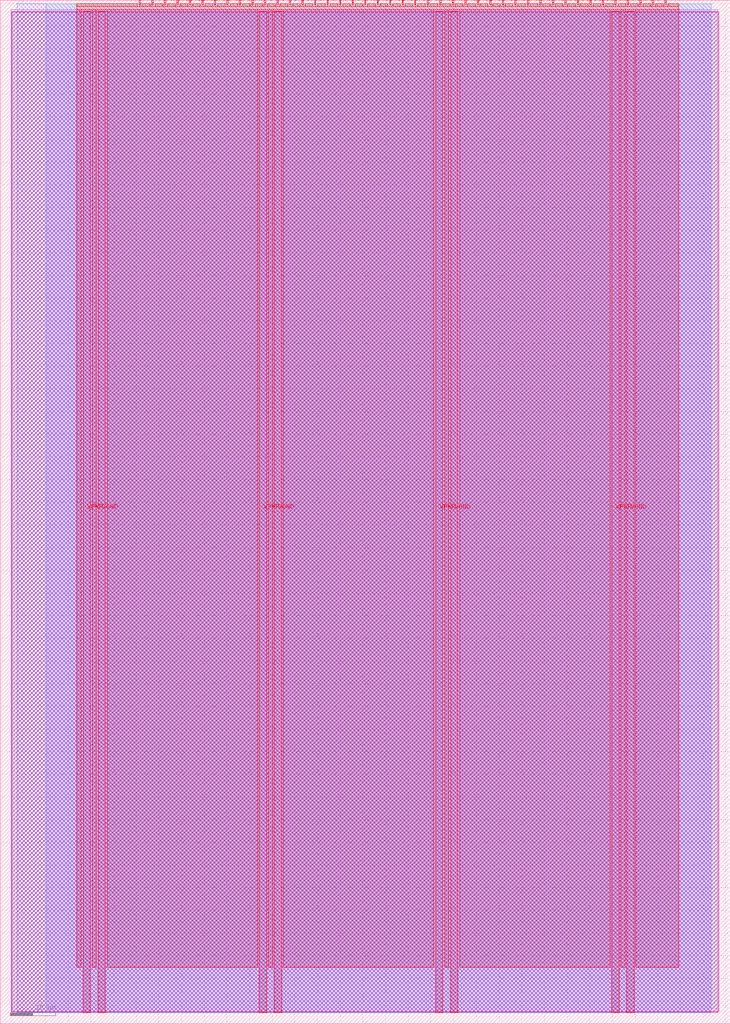
<source format=lef>
VERSION 5.7 ;
  NOWIREEXTENSIONATPIN ON ;
  DIVIDERCHAR "/" ;
  BUSBITCHARS "[]" ;
MACRO tt_um_htfab_split_flops
  CLASS BLOCK ;
  FOREIGN tt_um_htfab_split_flops ;
  ORIGIN 0.000 0.000 ;
  SIZE 161.000 BY 225.760 ;
  PIN VGND
    DIRECTION INOUT ;
    USE GROUND ;
    PORT
      LAYER met4 ;
        RECT 21.580 2.480 23.180 223.280 ;
    END
    PORT
      LAYER met4 ;
        RECT 60.450 2.480 62.050 223.280 ;
    END
    PORT
      LAYER met4 ;
        RECT 99.320 2.480 100.920 223.280 ;
    END
    PORT
      LAYER met4 ;
        RECT 138.190 2.480 139.790 223.280 ;
    END
  END VGND
  PIN VPWR
    DIRECTION INOUT ;
    USE POWER ;
    PORT
      LAYER met4 ;
        RECT 18.280 2.480 19.880 223.280 ;
    END
    PORT
      LAYER met4 ;
        RECT 57.150 2.480 58.750 223.280 ;
    END
    PORT
      LAYER met4 ;
        RECT 96.020 2.480 97.620 223.280 ;
    END
    PORT
      LAYER met4 ;
        RECT 134.890 2.480 136.490 223.280 ;
    END
  END VPWR
  PIN clk
    DIRECTION INPUT ;
    USE SIGNAL ;
    ANTENNAGATEAREA 0.852000 ;
    PORT
      LAYER met4 ;
        RECT 143.830 224.760 144.130 225.760 ;
    END
  END clk
  PIN ena
    DIRECTION INPUT ;
    USE SIGNAL ;
    PORT
      LAYER met4 ;
        RECT 146.590 224.760 146.890 225.760 ;
    END
  END ena
  PIN rst_n
    DIRECTION INPUT ;
    USE SIGNAL ;
    ANTENNAGATEAREA 0.852000 ;
    PORT
      LAYER met4 ;
        RECT 141.070 224.760 141.370 225.760 ;
    END
  END rst_n
  PIN ui_in[0]
    DIRECTION INPUT ;
    USE SIGNAL ;
    ANTENNAGATEAREA 0.196500 ;
    PORT
      LAYER met4 ;
        RECT 138.310 224.760 138.610 225.760 ;
    END
  END ui_in[0]
  PIN ui_in[1]
    DIRECTION INPUT ;
    USE SIGNAL ;
    ANTENNAGATEAREA 0.196500 ;
    PORT
      LAYER met4 ;
        RECT 135.550 224.760 135.850 225.760 ;
    END
  END ui_in[1]
  PIN ui_in[2]
    DIRECTION INPUT ;
    USE SIGNAL ;
    ANTENNAGATEAREA 0.196500 ;
    PORT
      LAYER met4 ;
        RECT 132.790 224.760 133.090 225.760 ;
    END
  END ui_in[2]
  PIN ui_in[3]
    DIRECTION INPUT ;
    USE SIGNAL ;
    ANTENNAGATEAREA 0.196500 ;
    PORT
      LAYER met4 ;
        RECT 130.030 224.760 130.330 225.760 ;
    END
  END ui_in[3]
  PIN ui_in[4]
    DIRECTION INPUT ;
    USE SIGNAL ;
    ANTENNAGATEAREA 0.213000 ;
    PORT
      LAYER met4 ;
        RECT 127.270 224.760 127.570 225.760 ;
    END
  END ui_in[4]
  PIN ui_in[5]
    DIRECTION INPUT ;
    USE SIGNAL ;
    ANTENNAGATEAREA 0.852000 ;
    PORT
      LAYER met4 ;
        RECT 124.510 224.760 124.810 225.760 ;
    END
  END ui_in[5]
  PIN ui_in[6]
    DIRECTION INPUT ;
    USE SIGNAL ;
    ANTENNAGATEAREA 0.990000 ;
    PORT
      LAYER met4 ;
        RECT 121.750 224.760 122.050 225.760 ;
    END
  END ui_in[6]
  PIN ui_in[7]
    DIRECTION INPUT ;
    USE SIGNAL ;
    ANTENNAGATEAREA 0.213000 ;
    PORT
      LAYER met4 ;
        RECT 118.990 224.760 119.290 225.760 ;
    END
  END ui_in[7]
  PIN uio_in[0]
    DIRECTION INPUT ;
    USE SIGNAL ;
    PORT
      LAYER met4 ;
        RECT 116.230 224.760 116.530 225.760 ;
    END
  END uio_in[0]
  PIN uio_in[1]
    DIRECTION INPUT ;
    USE SIGNAL ;
    PORT
      LAYER met4 ;
        RECT 113.470 224.760 113.770 225.760 ;
    END
  END uio_in[1]
  PIN uio_in[2]
    DIRECTION INPUT ;
    USE SIGNAL ;
    PORT
      LAYER met4 ;
        RECT 110.710 224.760 111.010 225.760 ;
    END
  END uio_in[2]
  PIN uio_in[3]
    DIRECTION INPUT ;
    USE SIGNAL ;
    PORT
      LAYER met4 ;
        RECT 107.950 224.760 108.250 225.760 ;
    END
  END uio_in[3]
  PIN uio_in[4]
    DIRECTION INPUT ;
    USE SIGNAL ;
    PORT
      LAYER met4 ;
        RECT 105.190 224.760 105.490 225.760 ;
    END
  END uio_in[4]
  PIN uio_in[5]
    DIRECTION INPUT ;
    USE SIGNAL ;
    PORT
      LAYER met4 ;
        RECT 102.430 224.760 102.730 225.760 ;
    END
  END uio_in[5]
  PIN uio_in[6]
    DIRECTION INPUT ;
    USE SIGNAL ;
    PORT
      LAYER met4 ;
        RECT 99.670 224.760 99.970 225.760 ;
    END
  END uio_in[6]
  PIN uio_in[7]
    DIRECTION INPUT ;
    USE SIGNAL ;
    PORT
      LAYER met4 ;
        RECT 96.910 224.760 97.210 225.760 ;
    END
  END uio_in[7]
  PIN uio_oe[0]
    DIRECTION OUTPUT ;
    USE SIGNAL ;
    PORT
      LAYER met4 ;
        RECT 49.990 224.760 50.290 225.760 ;
    END
  END uio_oe[0]
  PIN uio_oe[1]
    DIRECTION OUTPUT ;
    USE SIGNAL ;
    PORT
      LAYER met4 ;
        RECT 47.230 224.760 47.530 225.760 ;
    END
  END uio_oe[1]
  PIN uio_oe[2]
    DIRECTION OUTPUT ;
    USE SIGNAL ;
    PORT
      LAYER met4 ;
        RECT 44.470 224.760 44.770 225.760 ;
    END
  END uio_oe[2]
  PIN uio_oe[3]
    DIRECTION OUTPUT ;
    USE SIGNAL ;
    PORT
      LAYER met4 ;
        RECT 41.710 224.760 42.010 225.760 ;
    END
  END uio_oe[3]
  PIN uio_oe[4]
    DIRECTION OUTPUT ;
    USE SIGNAL ;
    PORT
      LAYER met4 ;
        RECT 38.950 224.760 39.250 225.760 ;
    END
  END uio_oe[4]
  PIN uio_oe[5]
    DIRECTION OUTPUT ;
    USE SIGNAL ;
    PORT
      LAYER met4 ;
        RECT 36.190 224.760 36.490 225.760 ;
    END
  END uio_oe[5]
  PIN uio_oe[6]
    DIRECTION OUTPUT ;
    USE SIGNAL ;
    PORT
      LAYER met4 ;
        RECT 33.430 224.760 33.730 225.760 ;
    END
  END uio_oe[6]
  PIN uio_oe[7]
    DIRECTION OUTPUT ;
    USE SIGNAL ;
    PORT
      LAYER met4 ;
        RECT 30.670 224.760 30.970 225.760 ;
    END
  END uio_oe[7]
  PIN uio_out[0]
    DIRECTION OUTPUT ;
    USE SIGNAL ;
    ANTENNADIFFAREA 0.800500 ;
    PORT
      LAYER met4 ;
        RECT 72.070 224.760 72.370 225.760 ;
    END
  END uio_out[0]
  PIN uio_out[1]
    DIRECTION OUTPUT ;
    USE SIGNAL ;
    ANTENNADIFFAREA 0.800500 ;
    PORT
      LAYER met4 ;
        RECT 69.310 224.760 69.610 225.760 ;
    END
  END uio_out[1]
  PIN uio_out[2]
    DIRECTION OUTPUT ;
    USE SIGNAL ;
    ANTENNADIFFAREA 0.800500 ;
    PORT
      LAYER met4 ;
        RECT 66.550 224.760 66.850 225.760 ;
    END
  END uio_out[2]
  PIN uio_out[3]
    DIRECTION OUTPUT ;
    USE SIGNAL ;
    ANTENNADIFFAREA 0.800500 ;
    PORT
      LAYER met4 ;
        RECT 63.790 224.760 64.090 225.760 ;
    END
  END uio_out[3]
  PIN uio_out[4]
    DIRECTION OUTPUT ;
    USE SIGNAL ;
    ANTENNADIFFAREA 0.800500 ;
    PORT
      LAYER met4 ;
        RECT 61.030 224.760 61.330 225.760 ;
    END
  END uio_out[4]
  PIN uio_out[5]
    DIRECTION OUTPUT ;
    USE SIGNAL ;
    ANTENNADIFFAREA 0.800500 ;
    PORT
      LAYER met4 ;
        RECT 58.270 224.760 58.570 225.760 ;
    END
  END uio_out[5]
  PIN uio_out[6]
    DIRECTION OUTPUT ;
    USE SIGNAL ;
    ANTENNADIFFAREA 0.800500 ;
    PORT
      LAYER met4 ;
        RECT 55.510 224.760 55.810 225.760 ;
    END
  END uio_out[6]
  PIN uio_out[7]
    DIRECTION OUTPUT ;
    USE SIGNAL ;
    PORT
      LAYER met4 ;
        RECT 52.750 224.760 53.050 225.760 ;
    END
  END uio_out[7]
  PIN uo_out[0]
    DIRECTION OUTPUT ;
    USE SIGNAL ;
    ANTENNAGATEAREA 0.868500 ;
    ANTENNADIFFAREA 0.470250 ;
    PORT
      LAYER met4 ;
        RECT 94.150 224.760 94.450 225.760 ;
    END
  END uo_out[0]
  PIN uo_out[1]
    DIRECTION OUTPUT ;
    USE SIGNAL ;
    ANTENNAGATEAREA 0.868500 ;
    ANTENNADIFFAREA 0.470250 ;
    PORT
      LAYER met4 ;
        RECT 91.390 224.760 91.690 225.760 ;
    END
  END uo_out[1]
  PIN uo_out[2]
    DIRECTION OUTPUT ;
    USE SIGNAL ;
    ANTENNAGATEAREA 0.868500 ;
    ANTENNADIFFAREA 0.470250 ;
    PORT
      LAYER met4 ;
        RECT 88.630 224.760 88.930 225.760 ;
    END
  END uo_out[2]
  PIN uo_out[3]
    DIRECTION OUTPUT ;
    USE SIGNAL ;
    ANTENNAGATEAREA 0.868500 ;
    ANTENNADIFFAREA 0.470250 ;
    PORT
      LAYER met4 ;
        RECT 85.870 224.760 86.170 225.760 ;
    END
  END uo_out[3]
  PIN uo_out[4]
    DIRECTION OUTPUT ;
    USE SIGNAL ;
    ANTENNADIFFAREA 0.340600 ;
    PORT
      LAYER met4 ;
        RECT 83.110 224.760 83.410 225.760 ;
    END
  END uo_out[4]
  PIN uo_out[5]
    DIRECTION OUTPUT ;
    USE SIGNAL ;
    ANTENNADIFFAREA 0.800500 ;
    PORT
      LAYER met4 ;
        RECT 80.350 224.760 80.650 225.760 ;
    END
  END uo_out[5]
  PIN uo_out[6]
    DIRECTION OUTPUT ;
    USE SIGNAL ;
    ANTENNADIFFAREA 0.800500 ;
    PORT
      LAYER met4 ;
        RECT 77.590 224.760 77.890 225.760 ;
    END
  END uo_out[6]
  PIN uo_out[7]
    DIRECTION OUTPUT ;
    USE SIGNAL ;
    ANTENNADIFFAREA 0.340600 ;
    PORT
      LAYER met4 ;
        RECT 74.830 224.760 75.130 225.760 ;
    END
  END uo_out[7]
  OBS
      LAYER nwell ;
        RECT 2.570 2.635 158.430 223.230 ;
      LAYER li1 ;
        RECT 2.760 2.635 158.240 223.125 ;
      LAYER met1 ;
        RECT 2.460 2.480 158.240 223.680 ;
      LAYER met2 ;
        RECT 3.780 2.535 156.770 224.925 ;
      LAYER met3 ;
        RECT 10.185 2.555 156.795 224.905 ;
      LAYER met4 ;
        RECT 16.855 224.360 30.270 224.905 ;
        RECT 31.370 224.360 33.030 224.905 ;
        RECT 34.130 224.360 35.790 224.905 ;
        RECT 36.890 224.360 38.550 224.905 ;
        RECT 39.650 224.360 41.310 224.905 ;
        RECT 42.410 224.360 44.070 224.905 ;
        RECT 45.170 224.360 46.830 224.905 ;
        RECT 47.930 224.360 49.590 224.905 ;
        RECT 50.690 224.360 52.350 224.905 ;
        RECT 53.450 224.360 55.110 224.905 ;
        RECT 56.210 224.360 57.870 224.905 ;
        RECT 58.970 224.360 60.630 224.905 ;
        RECT 61.730 224.360 63.390 224.905 ;
        RECT 64.490 224.360 66.150 224.905 ;
        RECT 67.250 224.360 68.910 224.905 ;
        RECT 70.010 224.360 71.670 224.905 ;
        RECT 72.770 224.360 74.430 224.905 ;
        RECT 75.530 224.360 77.190 224.905 ;
        RECT 78.290 224.360 79.950 224.905 ;
        RECT 81.050 224.360 82.710 224.905 ;
        RECT 83.810 224.360 85.470 224.905 ;
        RECT 86.570 224.360 88.230 224.905 ;
        RECT 89.330 224.360 90.990 224.905 ;
        RECT 92.090 224.360 93.750 224.905 ;
        RECT 94.850 224.360 96.510 224.905 ;
        RECT 97.610 224.360 99.270 224.905 ;
        RECT 100.370 224.360 102.030 224.905 ;
        RECT 103.130 224.360 104.790 224.905 ;
        RECT 105.890 224.360 107.550 224.905 ;
        RECT 108.650 224.360 110.310 224.905 ;
        RECT 111.410 224.360 113.070 224.905 ;
        RECT 114.170 224.360 115.830 224.905 ;
        RECT 116.930 224.360 118.590 224.905 ;
        RECT 119.690 224.360 121.350 224.905 ;
        RECT 122.450 224.360 124.110 224.905 ;
        RECT 125.210 224.360 126.870 224.905 ;
        RECT 127.970 224.360 129.630 224.905 ;
        RECT 130.730 224.360 132.390 224.905 ;
        RECT 133.490 224.360 135.150 224.905 ;
        RECT 136.250 224.360 137.910 224.905 ;
        RECT 139.010 224.360 140.670 224.905 ;
        RECT 141.770 224.360 143.430 224.905 ;
        RECT 144.530 224.360 146.190 224.905 ;
        RECT 147.290 224.360 149.665 224.905 ;
        RECT 16.855 223.680 149.665 224.360 ;
        RECT 16.855 12.415 17.880 223.680 ;
        RECT 20.280 12.415 21.180 223.680 ;
        RECT 23.580 12.415 56.750 223.680 ;
        RECT 59.150 12.415 60.050 223.680 ;
        RECT 62.450 12.415 95.620 223.680 ;
        RECT 98.020 12.415 98.920 223.680 ;
        RECT 101.320 12.415 134.490 223.680 ;
        RECT 136.890 12.415 137.790 223.680 ;
        RECT 140.190 12.415 149.665 223.680 ;
  END
END tt_um_htfab_split_flops
END LIBRARY


</source>
